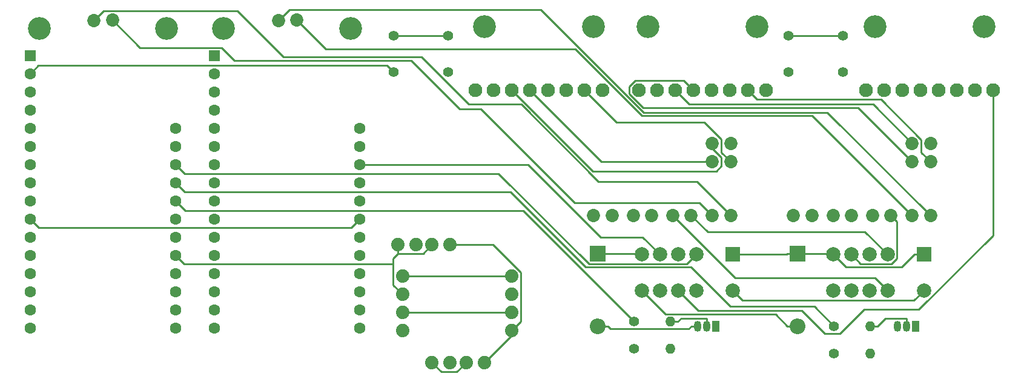
<source format=gtl>
%TF.GenerationSoftware,KiCad,Pcbnew,(6.0.4)*%
%TF.CreationDate,2022-04-07T11:47:19-07:00*%
%TF.ProjectId,2c1u,72666b76-6d2e-46b6-9963-61645f706362,rev?*%
%TF.SameCoordinates,Original*%
%TF.FileFunction,Copper,L1,Top*%
%TF.FilePolarity,Positive*%
%FSLAX46Y46*%
G04 Gerber Fmt 4.6, Leading zero omitted, Abs format (unit mm)*
G04 Created by KiCad (PCBNEW (6.0.4)) date 2022-04-07 11:47:19*
%MOMM*%
%LPD*%
G01*
G04 APERTURE LIST*
%TA.AperFunction,ComponentPad*%
%ADD10C,1.853030*%
%TD*%
%TA.AperFunction,ComponentPad*%
%ADD11C,1.397000*%
%TD*%
%TA.AperFunction,ComponentPad*%
%ADD12C,1.400000*%
%TD*%
%TA.AperFunction,ComponentPad*%
%ADD13O,1.400000X1.400000*%
%TD*%
%TA.AperFunction,ComponentPad*%
%ADD14C,1.930400*%
%TD*%
%TA.AperFunction,ComponentPad*%
%ADD15C,3.200000*%
%TD*%
%TA.AperFunction,ComponentPad*%
%ADD16R,2.000000X2.000000*%
%TD*%
%TA.AperFunction,ComponentPad*%
%ADD17C,2.000000*%
%TD*%
%TA.AperFunction,ComponentPad*%
%ADD18R,1.600000X1.600000*%
%TD*%
%TA.AperFunction,ComponentPad*%
%ADD19C,1.600000*%
%TD*%
%TA.AperFunction,SMDPad,CuDef*%
%ADD20C,1.853030*%
%TD*%
%TA.AperFunction,ComponentPad*%
%ADD21R,1.050000X1.500000*%
%TD*%
%TA.AperFunction,ComponentPad*%
%ADD22O,1.050000X1.500000*%
%TD*%
%TA.AperFunction,ComponentPad*%
%ADD23R,2.200000X2.200000*%
%TD*%
%TA.AperFunction,ComponentPad*%
%ADD24O,2.200000X2.200000*%
%TD*%
%TA.AperFunction,ComponentPad*%
%ADD25C,1.879600*%
%TD*%
%TA.AperFunction,Conductor*%
%ADD26C,0.250000*%
%TD*%
G04 APERTURE END LIST*
D10*
%TO.P,TUSB2,0,D+*%
%TO.N,Net-(TUSB2-Pad0)*%
X214761300Y-70937340D03*
%TO.P,TUSB2,1,D-*%
%TO.N,Net-(TUSB2-Pad1)*%
X214761300Y-73543170D03*
%TO.P,TUSB2,2,GND*%
%TO.N,GND*%
X217338100Y-70937340D03*
%TO.P,TUSB2,3,5V*%
%TO.N,Net-(A2-Pad26)*%
X217338100Y-73543170D03*
%TO.P,TUSB2,4,1D+*%
%TO.N,Net-(A2-Pad29)*%
X217338100Y-81040000D03*
%TO.P,TUSB2,5,1D-*%
%TO.N,Net-(A2-Pad30)*%
X214761300Y-81040000D03*
%TO.P,TUSB2,6,2D+*%
%TO.N,Net-(K2-Pad5)*%
X211808000Y-81040000D03*
%TO.P,TUSB2,7,2D-*%
%TO.N,Net-(K2-Pad8)*%
X209231100Y-81040000D03*
%TO.P,TUSB2,8,3D+*%
%TO.N,unconnected-(TUSB2-Pad8)*%
X206277840Y-81040000D03*
%TO.P,TUSB2,9,3D-*%
%TO.N,unconnected-(TUSB2-Pad9)*%
X203700970Y-81040000D03*
%TO.P,TUSB2,10,4D+*%
%TO.N,unconnected-(TUSB2-Pad10)*%
X200747700Y-81040000D03*
%TO.P,TUSB2,11,4D-*%
%TO.N,unconnected-(TUSB2-Pad11)*%
X198170820Y-81040000D03*
%TD*%
D11*
%TO.P,SW2,1,1*%
%TO.N,Net-(A1-Pad19)*%
X149860000Y-55880000D03*
X142240000Y-55880000D03*
%TO.P,SW2,2,2*%
%TO.N,+3V3*%
X149860000Y-60960000D03*
X142240000Y-60960000D03*
%TD*%
D12*
%TO.P,R3,1*%
%TO.N,Net-(Q1-Pad2)*%
X175895000Y-99695000D03*
D13*
%TO.P,R3,2*%
%TO.N,GND*%
X180975000Y-99695000D03*
%TD*%
D14*
%TO.P,U2,1,GND*%
%TO.N,GND*%
X194310000Y-63500000D03*
%TO.P,U2,2,VBUS*%
%TO.N,Net-(A2-Pad26)*%
X191770000Y-63500000D03*
%TO.P,U2,3,SBU2*%
%TO.N,unconnected-(U2-Pad3)*%
X189230000Y-63500000D03*
%TO.P,U2,4,CC1*%
%TO.N,unconnected-(U2-Pad4)*%
X186690000Y-63500000D03*
%TO.P,U2,5,D-*%
%TO.N,Net-(TUSB2-Pad1)*%
X184150000Y-63500000D03*
%TO.P,U2,6,D+*%
%TO.N,Net-(TUSB2-Pad0)*%
X181610000Y-63500000D03*
%TO.P,U2,7,SBU1*%
%TO.N,unconnected-(U2-Pad7)*%
X179070000Y-63500000D03*
%TO.P,U2,8,CC2*%
%TO.N,unconnected-(U2-Pad8)*%
X176530000Y-63500000D03*
D15*
%TO.P,U2,P$1*%
%TO.N,N/C*%
X193040000Y-54610000D03*
X177800000Y-54610000D03*
%TD*%
D14*
%TO.P,U3,1,GND*%
%TO.N,Net-(K1-Pad9)*%
X226060000Y-63500000D03*
%TO.P,U3,2,VBUS*%
%TO.N,Net-(K1-Pad4)*%
X223520000Y-63500000D03*
%TO.P,U3,3,SBU2*%
%TO.N,unconnected-(U3-Pad3)*%
X220980000Y-63500000D03*
%TO.P,U3,4,CC1*%
%TO.N,unconnected-(U3-Pad4)*%
X218440000Y-63500000D03*
%TO.P,U3,5,D-*%
%TO.N,Net-(K2-Pad9)*%
X215900000Y-63500000D03*
%TO.P,U3,6,D+*%
%TO.N,Net-(K2-Pad4)*%
X213360000Y-63500000D03*
%TO.P,U3,7,SBU1*%
%TO.N,unconnected-(U3-Pad7)*%
X210820000Y-63500000D03*
%TO.P,U3,8,CC2*%
%TO.N,unconnected-(U3-Pad8)*%
X208280000Y-63500000D03*
D15*
%TO.P,U3,P$1*%
%TO.N,N/C*%
X224790000Y-54610000D03*
X209550000Y-54610000D03*
%TD*%
D16*
%TO.P,K1,1*%
%TO.N,+3V3*%
X189679500Y-86492500D03*
D17*
%TO.P,K1,3*%
%TO.N,Net-(A1-Pad26)*%
X184599500Y-86492500D03*
%TO.P,K1,4*%
%TO.N,Net-(K1-Pad4)*%
X182059500Y-86492500D03*
%TO.P,K1,5*%
%TO.N,Net-(A2-Pad26)*%
X179519500Y-86492500D03*
%TO.P,K1,6*%
%TO.N,+3V3*%
X176979500Y-86492500D03*
%TO.P,K1,7*%
%TO.N,Net-(D2-Pad2)*%
X176979500Y-91572500D03*
%TO.P,K1,8*%
%TO.N,GND*%
X179519500Y-91572500D03*
%TO.P,K1,9*%
%TO.N,Net-(K1-Pad9)*%
X182059500Y-91572500D03*
%TO.P,K1,10*%
%TO.N,GND*%
X184599500Y-91572500D03*
%TO.P,K1,12*%
%TO.N,Net-(D1-Pad2)*%
X189679500Y-91572500D03*
%TD*%
D11*
%TO.P,SW3,1,1*%
%TO.N,Net-(A2-Pad2)*%
X197485000Y-55880000D03*
X205105000Y-55880000D03*
%TO.P,SW3,2,2*%
%TO.N,Net-(A2-Pad19)*%
X205105000Y-60960000D03*
X197485000Y-60960000D03*
%TD*%
D12*
%TO.P,R2,1*%
%TO.N,Net-(A1-Pad25)*%
X203835000Y-96520000D03*
D13*
%TO.P,R2,2*%
%TO.N,Net-(Q2-Pad2)*%
X208915000Y-96520000D03*
%TD*%
D10*
%TO.P,TUSB1,0,D+*%
%TO.N,Net-(TUSB1-Pad0)*%
X186821300Y-70937340D03*
%TO.P,TUSB1,1,D-*%
%TO.N,Net-(TUSB1-Pad1)*%
X186821300Y-73543170D03*
%TO.P,TUSB1,2,GND*%
%TO.N,GND*%
X189398100Y-70937340D03*
%TO.P,TUSB1,3,5V*%
%TO.N,Net-(A1-Pad26)*%
X189398100Y-73543170D03*
%TO.P,TUSB1,4,1D+*%
%TO.N,Net-(A1-Pad29)*%
X189398100Y-81040000D03*
%TO.P,TUSB1,5,1D-*%
%TO.N,Net-(A1-Pad30)*%
X186821300Y-81040000D03*
%TO.P,TUSB1,6,2D+*%
%TO.N,Net-(K2-Pad3)*%
X183868000Y-81040000D03*
%TO.P,TUSB1,7,2D-*%
%TO.N,Net-(K2-Pad10)*%
X181291100Y-81040000D03*
%TO.P,TUSB1,8,3D+*%
%TO.N,unconnected-(TUSB1-Pad8)*%
X178337840Y-81040000D03*
%TO.P,TUSB1,9,3D-*%
%TO.N,unconnected-(TUSB1-Pad9)*%
X175760970Y-81040000D03*
%TO.P,TUSB1,10,4D+*%
%TO.N,unconnected-(TUSB1-Pad10)*%
X172807700Y-81040000D03*
%TO.P,TUSB1,11,4D-*%
%TO.N,unconnected-(TUSB1-Pad11)*%
X170230820Y-81040000D03*
%TD*%
D14*
%TO.P,U1,1,GND*%
%TO.N,GND*%
X171450000Y-63500000D03*
%TO.P,U1,2,VBUS*%
%TO.N,Net-(A1-Pad26)*%
X168910000Y-63500000D03*
%TO.P,U1,3,SBU2*%
%TO.N,unconnected-(U1-Pad3)*%
X166370000Y-63500000D03*
%TO.P,U1,4,CC1*%
%TO.N,unconnected-(U1-Pad4)*%
X163830000Y-63500000D03*
%TO.P,U1,5,D-*%
%TO.N,Net-(TUSB1-Pad1)*%
X161290000Y-63500000D03*
%TO.P,U1,6,D+*%
%TO.N,Net-(TUSB1-Pad0)*%
X158750000Y-63500000D03*
%TO.P,U1,7,SBU1*%
%TO.N,unconnected-(U1-Pad7)*%
X156210000Y-63500000D03*
%TO.P,U1,8,CC2*%
%TO.N,unconnected-(U1-Pad8)*%
X153670000Y-63500000D03*
D15*
%TO.P,U1,P$1*%
%TO.N,N/C*%
X154940000Y-54610000D03*
X170180000Y-54610000D03*
%TD*%
D18*
%TO.P,A1,1,~{RESET}*%
%TO.N,unconnected-(A1-Pad1)*%
X91440000Y-58670000D03*
D19*
%TO.P,A1,2,3.3V*%
%TO.N,+3V3*%
X91440000Y-61210000D03*
%TO.P,A1,3,3.3V*%
%TO.N,unconnected-(A1-Pad3)*%
X91440000Y-63750000D03*
%TO.P,A1,4,GND*%
%TO.N,GND*%
X91440000Y-66290000D03*
%TO.P,A1,5,A0*%
%TO.N,unconnected-(A1-Pad5)*%
X91440000Y-68830000D03*
%TO.P,A1,6,A1*%
%TO.N,unconnected-(A1-Pad6)*%
X91440000Y-71370000D03*
%TO.P,A1,7,A2*%
%TO.N,unconnected-(A1-Pad7)*%
X91440000Y-73910000D03*
%TO.P,A1,8,A3*%
%TO.N,unconnected-(A1-Pad8)*%
X91440000Y-76450000D03*
%TO.P,A1,9,D24*%
%TO.N,unconnected-(A1-Pad9)*%
X91440000Y-78990000D03*
%TO.P,A1,10,D25*%
%TO.N,Net-(A1-Pad10)*%
X91440000Y-81530000D03*
%TO.P,A1,11,SCK*%
%TO.N,unconnected-(A1-Pad11)*%
X91440000Y-84070000D03*
%TO.P,A1,12,MOSI*%
%TO.N,unconnected-(A1-Pad12)*%
X91440000Y-86610000D03*
%TO.P,A1,13,MISO*%
%TO.N,unconnected-(A1-Pad13)*%
X91440000Y-89150000D03*
%TO.P,A1,14,RX*%
%TO.N,unconnected-(A1-Pad14)*%
X91440000Y-91690000D03*
%TO.P,A1,15,TX*%
%TO.N,unconnected-(A1-Pad15)*%
X91440000Y-94230000D03*
%TO.P,A1,16,D4*%
%TO.N,unconnected-(A1-Pad16)*%
X91440000Y-96770000D03*
%TO.P,A1,17,SDA*%
%TO.N,unconnected-(A1-Pad17)*%
X111760000Y-96770000D03*
%TO.P,A1,18,SCL*%
%TO.N,unconnected-(A1-Pad18)*%
X111760000Y-94230000D03*
%TO.P,A1,19,D5*%
%TO.N,Net-(A1-Pad19)*%
X111760000Y-91690000D03*
%TO.P,A1,20,D6*%
%TO.N,unconnected-(A1-Pad20)*%
X111760000Y-89150000D03*
%TO.P,A1,21,D9*%
%TO.N,Net-(SCB1-Pad2)*%
X111760000Y-86610000D03*
%TO.P,A1,22,D10*%
%TO.N,unconnected-(A1-Pad22)*%
X111760000Y-84070000D03*
%TO.P,A1,23,D11*%
%TO.N,unconnected-(A1-Pad23)*%
X111760000Y-81530000D03*
%TO.P,A1,24,D12*%
%TO.N,Net-(A1-Pad24)*%
X111760000Y-78990000D03*
%TO.P,A1,25,D13*%
%TO.N,Net-(A1-Pad25)*%
X111760000Y-76450000D03*
%TO.P,A1,26,VBUS*%
%TO.N,Net-(A1-Pad26)*%
X111760000Y-73910000D03*
%TO.P,A1,27,EN*%
%TO.N,unconnected-(A1-Pad27)*%
X111760000Y-71370000D03*
%TO.P,A1,28,VBAT*%
%TO.N,unconnected-(A1-Pad28)*%
X111760000Y-68830000D03*
D20*
%TO.P,A1,29,D+*%
%TO.N,Net-(A1-Pad29)*%
X100393501Y-53780501D03*
%TO.P,A1,30,D-*%
%TO.N,Net-(A1-Pad30)*%
X102997001Y-53717001D03*
D15*
%TO.P,A1,P$1*%
%TO.N,N/C*%
X92710001Y-54860001D03*
X110490001Y-54860001D03*
%TD*%
D18*
%TO.P,A2,1,~{RESET}*%
%TO.N,unconnected-(A2-Pad1)*%
X117201500Y-58674000D03*
D19*
%TO.P,A2,2,3.3V*%
%TO.N,Net-(A2-Pad2)*%
X117201500Y-61214000D03*
%TO.P,A2,3,3.3V*%
%TO.N,unconnected-(A2-Pad3)*%
X117201500Y-63754000D03*
%TO.P,A2,4,GND*%
%TO.N,GND*%
X117201500Y-66294000D03*
%TO.P,A2,5,A0*%
%TO.N,unconnected-(A2-Pad5)*%
X117201500Y-68834000D03*
%TO.P,A2,6,A1*%
%TO.N,unconnected-(A2-Pad6)*%
X117201500Y-71374000D03*
%TO.P,A2,7,A2*%
%TO.N,unconnected-(A2-Pad7)*%
X117201500Y-73914000D03*
%TO.P,A2,8,A3*%
%TO.N,unconnected-(A2-Pad8)*%
X117201500Y-76454000D03*
%TO.P,A2,9,D24*%
%TO.N,unconnected-(A2-Pad9)*%
X117201500Y-78994000D03*
%TO.P,A2,10,D25*%
%TO.N,unconnected-(A2-Pad10)*%
X117201500Y-81534000D03*
%TO.P,A2,11,SCK*%
%TO.N,unconnected-(A2-Pad11)*%
X117201500Y-84074000D03*
%TO.P,A2,12,MOSI*%
%TO.N,unconnected-(A2-Pad12)*%
X117201500Y-86614000D03*
%TO.P,A2,13,MISO*%
%TO.N,unconnected-(A2-Pad13)*%
X117201500Y-89154000D03*
%TO.P,A2,14,RX*%
%TO.N,unconnected-(A2-Pad14)*%
X117201500Y-91694000D03*
%TO.P,A2,15,TX*%
%TO.N,unconnected-(A2-Pad15)*%
X117201500Y-94234000D03*
%TO.P,A2,16,D4*%
%TO.N,unconnected-(A2-Pad16)*%
X117201500Y-96774000D03*
%TO.P,A2,17,SDA*%
%TO.N,unconnected-(A2-Pad17)*%
X137521500Y-96774000D03*
%TO.P,A2,18,SCL*%
%TO.N,unconnected-(A2-Pad18)*%
X137521500Y-94234000D03*
%TO.P,A2,19,D5*%
%TO.N,Net-(A2-Pad19)*%
X137521500Y-91694000D03*
%TO.P,A2,20,D6*%
%TO.N,unconnected-(A2-Pad20)*%
X137521500Y-89154000D03*
%TO.P,A2,21,D9*%
%TO.N,unconnected-(A2-Pad21)*%
X137521500Y-86614000D03*
%TO.P,A2,22,D10*%
%TO.N,unconnected-(A2-Pad22)*%
X137521500Y-84074000D03*
%TO.P,A2,23,D11*%
%TO.N,Net-(A1-Pad10)*%
X137521500Y-81534000D03*
%TO.P,A2,24,D12*%
%TO.N,unconnected-(A2-Pad24)*%
X137521500Y-78994000D03*
%TO.P,A2,25,D13*%
%TO.N,unconnected-(A2-Pad25)*%
X137521500Y-76454000D03*
%TO.P,A2,26,VBUS*%
%TO.N,Net-(A2-Pad26)*%
X137521500Y-73914000D03*
%TO.P,A2,27,EN*%
%TO.N,unconnected-(A2-Pad27)*%
X137521500Y-71374000D03*
%TO.P,A2,28,VBAT*%
%TO.N,unconnected-(A2-Pad28)*%
X137521500Y-68834000D03*
D20*
%TO.P,A2,29,D+*%
%TO.N,Net-(A2-Pad29)*%
X126155001Y-53784501D03*
%TO.P,A2,30,D-*%
%TO.N,Net-(A2-Pad30)*%
X128758501Y-53721001D03*
D15*
%TO.P,A2,P$1*%
%TO.N,N/C*%
X118471501Y-54864001D03*
X136251501Y-54864001D03*
%TD*%
D21*
%TO.P,Q2,1,E*%
%TO.N,GND*%
X215265000Y-96520000D03*
D22*
%TO.P,Q2,2,B*%
%TO.N,Net-(Q2-Pad2)*%
X213995000Y-96520000D03*
%TO.P,Q2,3,C*%
%TO.N,Net-(D2-Pad2)*%
X212725000Y-96520000D03*
%TD*%
D12*
%TO.P,R4,1*%
%TO.N,Net-(Q2-Pad2)*%
X203835000Y-100330000D03*
D13*
%TO.P,R4,2*%
%TO.N,GND*%
X208915000Y-100330000D03*
%TD*%
D16*
%TO.P,K2,1*%
%TO.N,+3V3*%
X216392500Y-86492500D03*
D17*
%TO.P,K2,3*%
%TO.N,Net-(K2-Pad3)*%
X211312500Y-86492500D03*
%TO.P,K2,4*%
%TO.N,Net-(K2-Pad4)*%
X208772500Y-86492500D03*
%TO.P,K2,5*%
%TO.N,Net-(K2-Pad5)*%
X206232500Y-86492500D03*
%TO.P,K2,6*%
%TO.N,+3V3*%
X203692500Y-86492500D03*
%TO.P,K2,7*%
%TO.N,Net-(D2-Pad2)*%
X203692500Y-91572500D03*
%TO.P,K2,8*%
%TO.N,Net-(K2-Pad8)*%
X206232500Y-91572500D03*
%TO.P,K2,9*%
%TO.N,Net-(K2-Pad9)*%
X208772500Y-91572500D03*
%TO.P,K2,10*%
%TO.N,Net-(K2-Pad10)*%
X211312500Y-91572500D03*
%TO.P,K2,12*%
%TO.N,Net-(D1-Pad2)*%
X216392500Y-91572500D03*
%TD*%
D12*
%TO.P,R1,1*%
%TO.N,Net-(A1-Pad24)*%
X175895000Y-95885000D03*
D13*
%TO.P,R1,2*%
%TO.N,Net-(Q1-Pad2)*%
X180975000Y-95885000D03*
%TD*%
D21*
%TO.P,Q1,1,E*%
%TO.N,GND*%
X187282000Y-96520000D03*
D22*
%TO.P,Q1,2,B*%
%TO.N,Net-(Q1-Pad2)*%
X186012000Y-96520000D03*
%TO.P,Q1,3,C*%
%TO.N,Net-(D1-Pad2)*%
X184742000Y-96520000D03*
%TD*%
D23*
%TO.P,D2,1,K*%
%TO.N,+3V3*%
X198755000Y-86360000D03*
D24*
%TO.P,D2,2,A*%
%TO.N,Net-(D2-Pad2)*%
X198755000Y-96520000D03*
%TD*%
D25*
%TO.P,SCB1,4,+*%
%TO.N,unconnected-(SCB1-Pad4)*%
X143510000Y-97155000D03*
X158750000Y-97155000D03*
X150177500Y-85090000D03*
X154940000Y-101600000D03*
X150177500Y-101600000D03*
X145415000Y-85090000D03*
%TO.P,SCB1,3,-*%
%TO.N,unconnected-(SCB1-Pad3)*%
X158750000Y-94615000D03*
X143510000Y-94615000D03*
%TO.P,SCB1,2,1*%
%TO.N,Net-(SCB1-Pad2)*%
X142875000Y-85090000D03*
X152400000Y-101600000D03*
X147637500Y-85090000D03*
X158750000Y-92075000D03*
X147637500Y-101600000D03*
X143510000Y-92075000D03*
%TO.P,SCB1,1,2*%
%TO.N,+3V3*%
X158750000Y-89535000D03*
X143510000Y-89535000D03*
%TD*%
D23*
%TO.P,D1,1,K*%
%TO.N,+3V3*%
X170772000Y-86360000D03*
D24*
%TO.P,D1,2,A*%
%TO.N,Net-(D1-Pad2)*%
X170772000Y-96520000D03*
%TD*%
D26*
%TO.N,+3V3*%
X176847000Y-86360000D02*
X176979500Y-86492500D01*
X142240000Y-60960000D02*
X141355900Y-60075900D01*
X170772000Y-86360000D02*
X176847000Y-86360000D01*
X158750000Y-89535000D02*
X143510000Y-89535000D01*
X213282600Y-88277100D02*
X215067200Y-86492500D01*
X141355900Y-60075900D02*
X92574100Y-60075900D01*
X203560000Y-86360000D02*
X198755000Y-86360000D01*
X205477100Y-88277100D02*
X213282600Y-88277100D01*
X92574100Y-60075900D02*
X91440000Y-61210000D01*
X216392500Y-86492500D02*
X215067200Y-86492500D01*
X198755000Y-86360000D02*
X197329700Y-86360000D01*
X189679500Y-86492500D02*
X197197200Y-86492500D01*
X197197200Y-86492500D02*
X197329700Y-86360000D01*
X203692500Y-86492500D02*
X203560000Y-86360000D01*
X203692500Y-86492500D02*
X205477100Y-88277100D01*
%TO.N,Net-(K1-Pad9)*%
X215681300Y-94178800D02*
X226060000Y-83800100D01*
X202506500Y-97551300D02*
X204668200Y-97551300D01*
X199315000Y-94359800D02*
X202506500Y-97551300D01*
X226060000Y-83800100D02*
X226060000Y-63500000D01*
X204668200Y-97551300D02*
X208040700Y-94178800D01*
X184846800Y-94359800D02*
X199315000Y-94359800D01*
X182059500Y-91572500D02*
X184846800Y-94359800D01*
X208040700Y-94178800D02*
X215681300Y-94178800D01*
%TO.N,Net-(K2-Pad3)*%
X211312500Y-86492500D02*
X208165200Y-83345200D01*
X186173200Y-83345200D02*
X183868000Y-81040000D01*
X208165200Y-83345200D02*
X186173200Y-83345200D01*
%TO.N,Net-(K2-Pad5)*%
X206232500Y-86492500D02*
X207566800Y-87826800D01*
X212650200Y-81882200D02*
X211808000Y-81040000D01*
X211853100Y-87826800D02*
X212650200Y-87029700D01*
X212650200Y-87029700D02*
X212650200Y-81882200D01*
X207566800Y-87826800D02*
X211853100Y-87826800D01*
%TO.N,Net-(K2-Pad10)*%
X190045300Y-89794200D02*
X181291100Y-81040000D01*
X211312500Y-91572500D02*
X209534200Y-89794200D01*
X209534200Y-89794200D02*
X190045300Y-89794200D01*
%TO.N,Net-(D1-Pad2)*%
X215032700Y-92932300D02*
X216392500Y-91572500D01*
X170772000Y-96520000D02*
X172197300Y-96520000D01*
X183494800Y-96916900D02*
X183891700Y-96520000D01*
X172594200Y-96916900D02*
X183494800Y-96916900D01*
X189679500Y-91572500D02*
X191039300Y-92932300D01*
X191039300Y-92932300D02*
X215032700Y-92932300D01*
X172197300Y-96520000D02*
X172594200Y-96916900D01*
X184742000Y-96520000D02*
X183891700Y-96520000D01*
%TO.N,Net-(A1-Pad10)*%
X136334600Y-82720900D02*
X92630900Y-82720900D01*
X137521500Y-81534000D02*
X136334600Y-82720900D01*
X92630900Y-82720900D02*
X91440000Y-81530000D01*
%TO.N,Net-(A1-Pad19)*%
X142240000Y-55880000D02*
X149860000Y-55880000D01*
%TO.N,Net-(A1-Pad24)*%
X111760000Y-78990000D02*
X113174600Y-80404600D01*
X113174600Y-80404600D02*
X160414600Y-80404600D01*
X160414600Y-80404600D02*
X175895000Y-95885000D01*
%TO.N,Net-(A1-Pad25)*%
X169121200Y-88269700D02*
X183858800Y-88269700D01*
X201090000Y-93775000D02*
X203835000Y-96520000D01*
X111760000Y-76450000D02*
X113034000Y-77724000D01*
X183858800Y-88269700D02*
X189364100Y-93775000D01*
X113034000Y-77724000D02*
X158575500Y-77724000D01*
X158575500Y-77724000D02*
X169121200Y-88269700D01*
X189364100Y-93775000D02*
X201090000Y-93775000D01*
%TO.N,Net-(A1-Pad26)*%
X188109700Y-72254800D02*
X188109700Y-70408800D01*
X113034000Y-75184000D02*
X111760000Y-73910000D01*
X173436300Y-68026300D02*
X168910000Y-63500000D01*
X188109700Y-70408800D02*
X185727200Y-68026300D01*
X184599500Y-86492500D02*
X183272700Y-87819300D01*
X189398100Y-73543200D02*
X188109700Y-72254800D01*
X183272700Y-87819300D02*
X169571200Y-87819300D01*
X169571200Y-87819300D02*
X156935900Y-75184000D01*
X156935900Y-75184000D02*
X113034000Y-75184000D01*
X185727200Y-68026300D02*
X173436300Y-68026300D01*
%TO.N,Net-(A1-Pad29)*%
X160108800Y-65495700D02*
X152760600Y-65495700D01*
X170913300Y-76300200D02*
X160108800Y-65495700D01*
X184658300Y-76300200D02*
X170913300Y-76300200D01*
X101735200Y-52438800D02*
X100393500Y-53780500D01*
X146163300Y-58898400D02*
X126850300Y-58898400D01*
X120390700Y-52438800D02*
X101735200Y-52438800D01*
X152760600Y-65495700D02*
X146163300Y-58898400D01*
X189398100Y-81040000D02*
X184658300Y-76300200D01*
X126850300Y-58898400D02*
X120390700Y-52438800D01*
%TO.N,Net-(A1-Pad30)*%
X151455900Y-66105000D02*
X154450000Y-66105000D01*
X185006700Y-79225400D02*
X186821300Y-81040000D01*
X167570400Y-79225400D02*
X185006700Y-79225400D01*
X102997000Y-53717000D02*
X106828700Y-57548700D01*
X144699700Y-59348800D02*
X151455900Y-66105000D01*
X106828700Y-57548700D02*
X118237000Y-57548700D01*
X118237000Y-57548700D02*
X120037100Y-59348800D01*
X120037100Y-59348800D02*
X144699700Y-59348800D01*
X154450000Y-66105000D02*
X167570400Y-79225400D01*
%TO.N,Net-(A2-Pad2)*%
X205105000Y-55880000D02*
X197485000Y-55880000D01*
%TO.N,Net-(A2-Pad26)*%
X193089100Y-64819100D02*
X210448500Y-64819100D01*
X161044800Y-73914000D02*
X171182400Y-84051600D01*
X191770000Y-63500000D02*
X193089100Y-64819100D01*
X216049700Y-70420300D02*
X216049700Y-72254800D01*
X216049700Y-72254800D02*
X217338100Y-73543200D01*
X177078600Y-84051600D02*
X179519500Y-86492500D01*
X171182400Y-84051600D02*
X177078600Y-84051600D01*
X210448500Y-64819100D02*
X216049700Y-70420300D01*
X137521500Y-73914000D02*
X161044800Y-73914000D01*
%TO.N,Net-(A2-Pad29)*%
X162834700Y-52266600D02*
X177188400Y-66620300D01*
X177188400Y-66620300D02*
X202918400Y-66620300D01*
X126155000Y-53784500D02*
X127672900Y-52266600D01*
X127672900Y-52266600D02*
X162834700Y-52266600D01*
X202918400Y-66620300D02*
X217338100Y-81040000D01*
%TO.N,Net-(A2-Pad30)*%
X167697400Y-57766200D02*
X177001800Y-67070600D01*
X200791900Y-67070600D02*
X214761300Y-81040000D01*
X177001800Y-67070600D02*
X200791900Y-67070600D01*
X128758500Y-53721000D02*
X132803700Y-57766200D01*
X132803700Y-57766200D02*
X167697400Y-57766200D01*
%TO.N,Net-(D2-Pad2)*%
X198755000Y-96520000D02*
X197329700Y-96520000D01*
X180266600Y-94859600D02*
X176979500Y-91572500D01*
X195669300Y-94859600D02*
X180266600Y-94859600D01*
X197329700Y-96520000D02*
X195669300Y-94859600D01*
%TO.N,Net-(Q1-Pad2)*%
X186012000Y-96520000D02*
X186012000Y-95444700D01*
X180975000Y-95885000D02*
X182000300Y-95885000D01*
X186012000Y-95444700D02*
X182440600Y-95444700D01*
X182440600Y-95444700D02*
X182000300Y-95885000D01*
%TO.N,Net-(Q2-Pad2)*%
X211015600Y-95444700D02*
X213995000Y-95444700D01*
X208915000Y-96520000D02*
X209940300Y-96520000D01*
X209940300Y-96520000D02*
X211015600Y-95444700D01*
X213995000Y-96520000D02*
X213995000Y-95444700D01*
%TO.N,Net-(TUSB1-Pad0)*%
X186821300Y-70937300D02*
X186821300Y-71603300D01*
X188109700Y-74079000D02*
X187350600Y-74838100D01*
X187350600Y-74838100D02*
X170088100Y-74838100D01*
X170088100Y-74838100D02*
X158750000Y-63500000D01*
X188109700Y-72891700D02*
X188109700Y-74079000D01*
X186821300Y-71603300D02*
X188109700Y-72891700D01*
%TO.N,Net-(TUSB1-Pad1)*%
X171333200Y-73543200D02*
X161290000Y-63500000D01*
X186821300Y-73543200D02*
X171333200Y-73543200D01*
%TO.N,Net-(TUSB2-Pad0)*%
X183604600Y-65494600D02*
X181610000Y-63500000D01*
X209318600Y-65494600D02*
X183604600Y-65494600D01*
X214761300Y-70937300D02*
X209318600Y-65494600D01*
%TO.N,Net-(TUSB2-Pad1)*%
X182838600Y-62188600D02*
X184150000Y-63500000D01*
X207163000Y-65944900D02*
X177149900Y-65944900D01*
X214761300Y-73543200D02*
X207163000Y-65944900D01*
X176006700Y-62188600D02*
X182838600Y-62188600D01*
X177149900Y-65944900D02*
X175219700Y-64014700D01*
X175219700Y-62975600D02*
X176006700Y-62188600D01*
X175219700Y-64014700D02*
X175219700Y-62975600D01*
%TO.N,Net-(SCB1-Pad2)*%
X143510000Y-92075000D02*
X142193400Y-90758400D01*
X142875000Y-86355400D02*
X142875000Y-85090000D01*
X142193400Y-87037000D02*
X142875000Y-86355400D01*
X142193400Y-90758400D02*
X142193400Y-87778100D01*
X151071800Y-102928200D02*
X148965700Y-102928200D01*
X112928100Y-87778100D02*
X111760000Y-86610000D01*
X142193400Y-87778100D02*
X112928100Y-87778100D01*
X148965700Y-102928200D02*
X147637500Y-101600000D01*
X146372100Y-86355400D02*
X147637500Y-85090000D01*
X152400000Y-101600000D02*
X151071800Y-102928200D01*
X142193400Y-87778100D02*
X142193400Y-87037000D01*
X142875000Y-86355400D02*
X146372100Y-86355400D01*
%TO.N,unconnected-(SCB1-Pad3)*%
X143510000Y-94615000D02*
X158750000Y-94615000D01*
%TO.N,unconnected-(SCB1-Pad4)*%
X158750000Y-97790000D02*
X158750000Y-97155000D01*
X158750000Y-97155000D02*
X160040300Y-95864700D01*
X154940000Y-101600000D02*
X158750000Y-97790000D01*
X160040300Y-89022300D02*
X156108000Y-85090000D01*
X160040300Y-95864700D02*
X160040300Y-89022300D01*
X156108000Y-85090000D02*
X150177500Y-85090000D01*
%TD*%
M02*

</source>
